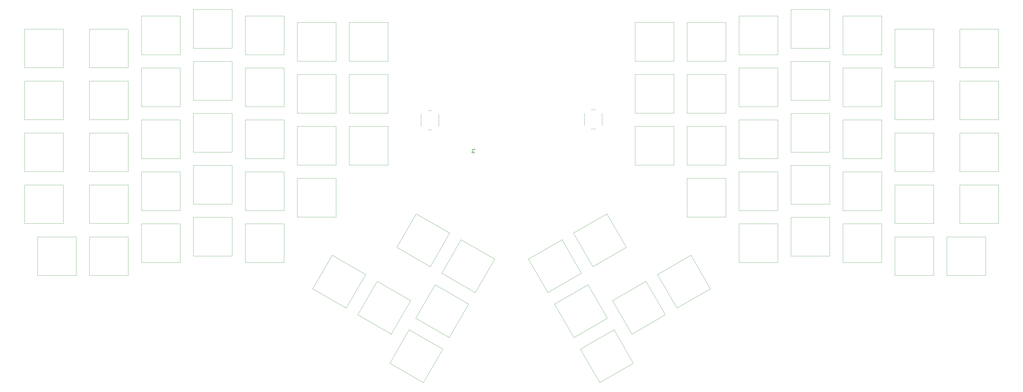
<source format=gbr>
%TF.GenerationSoftware,KiCad,Pcbnew,7.0.2*%
%TF.CreationDate,2023-06-01T14:22:50-04:00*%
%TF.ProjectId,arisu,61726973-752e-46b6-9963-61645f706362,1.1*%
%TF.SameCoordinates,Original*%
%TF.FileFunction,Legend,Top*%
%TF.FilePolarity,Positive*%
%FSLAX46Y46*%
G04 Gerber Fmt 4.6, Leading zero omitted, Abs format (unit mm)*
G04 Created by KiCad (PCBNEW 7.0.2) date 2023-06-01 14:22:50*
%MOMM*%
%LPD*%
G01*
G04 APERTURE LIST*
%ADD10C,0.200000*%
%ADD11C,0.120000*%
%ADD12C,2.374910*%
%ADD13C,0.990610*%
%ADD14C,1.750000*%
%ADD15C,3.050000*%
%ADD16C,4.000000*%
%ADD17C,3.048000*%
%ADD18C,3.987800*%
%ADD19C,2.102000*%
%ADD20C,4.502000*%
%ADD21C,2.476910*%
%ADD22C,1.092610*%
%ADD23C,0.889400*%
%ADD24O,1.202000X2.702000*%
%ADD25O,1.202000X2.202000*%
G04 APERTURE END LIST*
D10*
%TO.C,P1*%
X181152619Y-79978094D02*
X180152619Y-79978094D01*
X180152619Y-79978094D02*
X180152619Y-79597142D01*
X180152619Y-79597142D02*
X180200238Y-79501904D01*
X180200238Y-79501904D02*
X180247857Y-79454285D01*
X180247857Y-79454285D02*
X180343095Y-79406666D01*
X180343095Y-79406666D02*
X180485952Y-79406666D01*
X180485952Y-79406666D02*
X180581190Y-79454285D01*
X180581190Y-79454285D02*
X180628809Y-79501904D01*
X180628809Y-79501904D02*
X180676428Y-79597142D01*
X180676428Y-79597142D02*
X180676428Y-79978094D01*
X181152619Y-78454285D02*
X181152619Y-79025713D01*
X181152619Y-78739999D02*
X180152619Y-78739999D01*
X180152619Y-78739999D02*
X180295476Y-78835237D01*
X180295476Y-78835237D02*
X180390714Y-78930475D01*
X180390714Y-78930475D02*
X180438333Y-79025713D01*
D11*
%TO.C,SW18*%
X77990000Y-46475000D02*
X77990000Y-60675000D01*
X77990000Y-60675000D02*
X92190000Y-60675000D01*
X92190000Y-46475000D02*
X77990000Y-46475000D01*
X92190000Y-60675000D02*
X92190000Y-46475000D01*
%TO.C,SW35*%
X135140000Y-70287500D02*
X135140000Y-84487500D01*
X135140000Y-84487500D02*
X149340000Y-84487500D01*
X149340000Y-70287500D02*
X135140000Y-70287500D01*
X149340000Y-84487500D02*
X149340000Y-70287500D01*
%TO.C,SW54*%
X238719520Y-146446580D02*
X251017080Y-139346580D01*
X251017080Y-139346580D02*
X243917080Y-127049020D01*
X231619520Y-134149020D02*
X238719520Y-146446580D01*
X243917080Y-127049020D02*
X231619520Y-134149020D01*
%TO.C,SW29*%
X16077500Y-72668700D02*
X16077500Y-86868700D01*
X16077500Y-86868700D02*
X30277500Y-86868700D01*
X30277500Y-72668700D02*
X16077500Y-72668700D01*
X30277500Y-86868700D02*
X30277500Y-72668700D01*
%TO.C,SW11*%
X297065000Y-27425000D02*
X297065000Y-41625000D01*
X297065000Y-41625000D02*
X311265000Y-41625000D01*
X311265000Y-27425000D02*
X297065000Y-27425000D01*
X311265000Y-41625000D02*
X311265000Y-27425000D01*
%TO.C,SW76*%
X354215000Y-110768700D02*
X354215000Y-124968700D01*
X354215000Y-124968700D02*
X368415000Y-124968700D01*
X368415000Y-110768700D02*
X354215000Y-110768700D01*
X368415000Y-124968700D02*
X368415000Y-110768700D01*
%TO.C,SW57*%
X297065000Y-84575000D02*
X297065000Y-98775000D01*
X297065000Y-98775000D02*
X311265000Y-98775000D01*
X311265000Y-84575000D02*
X297065000Y-84575000D01*
X311265000Y-98775000D02*
X311265000Y-84575000D01*
%TO.C,SW48*%
X77990000Y-84575000D02*
X77990000Y-98775000D01*
X77990000Y-98775000D02*
X92190000Y-98775000D01*
X92190000Y-84575000D02*
X77990000Y-84575000D01*
X92190000Y-98775000D02*
X92190000Y-84575000D01*
%TO.C,SW46*%
X39890000Y-91718700D02*
X39890000Y-105918700D01*
X39890000Y-105918700D02*
X54090000Y-105918700D01*
X54090000Y-91718700D02*
X39890000Y-91718700D01*
X54090000Y-105918700D02*
X54090000Y-91718700D01*
%TO.C,SW66*%
X157073220Y-144822920D02*
X149973220Y-157120480D01*
X149973220Y-157120480D02*
X162270780Y-164220480D01*
X169370780Y-151922920D02*
X157073220Y-144822920D01*
X162270780Y-164220480D02*
X169370780Y-151922920D01*
%TO.C,SW25*%
X297065000Y-46475000D02*
X297065000Y-60675000D01*
X297065000Y-60675000D02*
X311265000Y-60675000D01*
X311265000Y-46475000D02*
X297065000Y-46475000D01*
X311265000Y-60675000D02*
X311265000Y-46475000D01*
%TO.C,SW58*%
X316115000Y-86956200D02*
X316115000Y-101156200D01*
X316115000Y-101156200D02*
X330315000Y-101156200D01*
X330315000Y-86956200D02*
X316115000Y-86956200D01*
X330315000Y-101156200D02*
X330315000Y-86956200D01*
%TO.C,SW68*%
X176123220Y-111827320D02*
X169023220Y-124124880D01*
X169023220Y-124124880D02*
X181320780Y-131224880D01*
X188420780Y-118927320D02*
X176123220Y-111827320D01*
X181320780Y-131224880D02*
X188420780Y-118927320D01*
%TO.C,SW70*%
X210359220Y-135425120D02*
X217459220Y-147722680D01*
X217459220Y-147722680D02*
X229756780Y-140622680D01*
X222656780Y-128325120D02*
X210359220Y-135425120D01*
X229756780Y-140622680D02*
X222656780Y-128325120D01*
%TO.C,SW27*%
X335165000Y-53618700D02*
X335165000Y-67818700D01*
X335165000Y-67818700D02*
X349365000Y-67818700D01*
X349365000Y-53618700D02*
X335165000Y-53618700D01*
X349365000Y-67818700D02*
X349365000Y-53618700D01*
%TO.C,SW19*%
X97040000Y-48856200D02*
X97040000Y-63056200D01*
X97040000Y-63056200D02*
X111240000Y-63056200D01*
X111240000Y-48856200D02*
X97040000Y-48856200D01*
X111240000Y-63056200D02*
X111240000Y-48856200D01*
%TO.C,SW37*%
X255217320Y-136921580D02*
X267514880Y-129821580D01*
X267514880Y-129821580D02*
X260414880Y-117524020D01*
X248117320Y-124624020D02*
X255217320Y-136921580D01*
X260414880Y-117524020D02*
X248117320Y-124624020D01*
%TO.C,SW49*%
X97040000Y-86956200D02*
X97040000Y-101156200D01*
X97040000Y-101156200D02*
X111240000Y-101156200D01*
X111240000Y-86956200D02*
X97040000Y-86956200D01*
X111240000Y-101156200D02*
X111240000Y-86956200D01*
%TO.C,RST1*%
X163950000Y-71500000D02*
X165450000Y-71500000D01*
X167950000Y-70250000D02*
X167950000Y-65750000D01*
X161450000Y-65750000D02*
X161450000Y-70250000D01*
X165450000Y-64500000D02*
X163950000Y-64500000D01*
%TO.C,SW51*%
X157635480Y-134149020D02*
X145337920Y-127049020D01*
X145337920Y-127049020D02*
X138237920Y-139346580D01*
X150535480Y-146446580D02*
X157635480Y-134149020D01*
X138237920Y-139346580D02*
X150535480Y-146446580D01*
%TO.C,SW32*%
X77990000Y-65525000D02*
X77990000Y-79725000D01*
X77990000Y-79725000D02*
X92190000Y-79725000D01*
X92190000Y-65525000D02*
X77990000Y-65525000D01*
X92190000Y-79725000D02*
X92190000Y-65525000D01*
%TO.C,SW33*%
X97040000Y-67906200D02*
X97040000Y-82106200D01*
X97040000Y-82106200D02*
X111240000Y-82106200D01*
X111240000Y-67906200D02*
X97040000Y-67906200D01*
X111240000Y-82106200D02*
X111240000Y-67906200D01*
%TO.C,SW2*%
X39890000Y-34568700D02*
X39890000Y-48768700D01*
X39890000Y-48768700D02*
X54090000Y-48768700D01*
X54090000Y-34568700D02*
X39890000Y-34568700D01*
X54090000Y-48768700D02*
X54090000Y-34568700D01*
%TO.C,SW45*%
X16077500Y-91718700D02*
X16077500Y-105918700D01*
X16077500Y-105918700D02*
X30277500Y-105918700D01*
X30277500Y-91718700D02*
X16077500Y-91718700D01*
X30277500Y-105918700D02*
X30277500Y-91718700D01*
%TO.C,SW21*%
X135140000Y-51237500D02*
X135140000Y-65437500D01*
X135140000Y-65437500D02*
X149340000Y-65437500D01*
X149340000Y-51237500D02*
X135140000Y-51237500D01*
X149340000Y-65437500D02*
X149340000Y-51237500D01*
%TO.C,SW26*%
X316115000Y-48856200D02*
X316115000Y-63056200D01*
X316115000Y-63056200D02*
X330315000Y-63056200D01*
X330315000Y-48856200D02*
X316115000Y-48856200D01*
X330315000Y-63056200D02*
X330315000Y-48856200D01*
%TO.C,SW40*%
X278015000Y-67906200D02*
X278015000Y-82106200D01*
X278015000Y-82106200D02*
X292215000Y-82106200D01*
X292215000Y-67906200D02*
X278015000Y-67906200D01*
X292215000Y-82106200D02*
X292215000Y-67906200D01*
%TO.C,SW14*%
X358977500Y-34568700D02*
X358977500Y-48768700D01*
X358977500Y-48768700D02*
X373177500Y-48768700D01*
X373177500Y-34568700D02*
X358977500Y-34568700D01*
X373177500Y-48768700D02*
X373177500Y-34568700D01*
%TO.C,SW20*%
X116090000Y-51237500D02*
X116090000Y-65437500D01*
X116090000Y-65437500D02*
X130290000Y-65437500D01*
X130290000Y-51237500D02*
X116090000Y-51237500D01*
X130290000Y-65437500D02*
X130290000Y-51237500D01*
%TO.C,SW75*%
X335165000Y-110768700D02*
X335165000Y-124968700D01*
X335165000Y-124968700D02*
X349365000Y-124968700D01*
X349365000Y-110768700D02*
X335165000Y-110768700D01*
X349365000Y-124968700D02*
X349365000Y-110768700D01*
%TO.C,SW13*%
X335165000Y-34568700D02*
X335165000Y-48768700D01*
X335165000Y-48768700D02*
X349365000Y-48768700D01*
X349365000Y-34568700D02*
X335165000Y-34568700D01*
X349365000Y-48768700D02*
X349365000Y-34568700D01*
%TO.C,SW60*%
X358977500Y-91718700D02*
X358977500Y-105918700D01*
X358977500Y-105918700D02*
X373177500Y-105918700D01*
X373177500Y-91718700D02*
X358977500Y-91718700D01*
X373177500Y-105918700D02*
X373177500Y-91718700D01*
%TO.C,SW43*%
X335165000Y-72668700D02*
X335165000Y-86868700D01*
X335165000Y-86868700D02*
X349365000Y-86868700D01*
X349365000Y-72668700D02*
X335165000Y-72668700D01*
X349365000Y-86868700D02*
X349365000Y-72668700D01*
%TO.C,SW6*%
X116090000Y-32187500D02*
X116090000Y-46387500D01*
X116090000Y-46387500D02*
X130290000Y-46387500D01*
X130290000Y-32187500D02*
X116090000Y-32187500D01*
X130290000Y-46387500D02*
X130290000Y-32187500D01*
%TO.C,SW53*%
X217332020Y-109402320D02*
X224432020Y-121699880D01*
X224432020Y-121699880D02*
X236729580Y-114599880D01*
X229629580Y-102302320D02*
X217332020Y-109402320D01*
X236729580Y-114599880D02*
X229629580Y-102302320D01*
%TO.C,SW42*%
X316115000Y-67906200D02*
X316115000Y-82106200D01*
X316115000Y-82106200D02*
X330315000Y-82106200D01*
X330315000Y-67906200D02*
X316115000Y-67906200D01*
X330315000Y-82106200D02*
X330315000Y-67906200D01*
%TO.C,SW4*%
X77990000Y-27425000D02*
X77990000Y-41625000D01*
X77990000Y-41625000D02*
X92190000Y-41625000D01*
X92190000Y-27425000D02*
X77990000Y-27425000D01*
X92190000Y-41625000D02*
X92190000Y-27425000D01*
%TO.C,SW41*%
X297065000Y-65525000D02*
X297065000Y-79725000D01*
X297065000Y-79725000D02*
X311265000Y-79725000D01*
X311265000Y-65525000D02*
X297065000Y-65525000D01*
X311265000Y-79725000D02*
X311265000Y-65525000D01*
%TO.C,SW39*%
X258965000Y-70287500D02*
X258965000Y-84487500D01*
X258965000Y-84487500D02*
X273165000Y-84487500D01*
X273165000Y-70287500D02*
X258965000Y-70287500D01*
X273165000Y-84487500D02*
X273165000Y-70287500D01*
%TO.C,SW10*%
X278015000Y-29806200D02*
X278015000Y-44006200D01*
X278015000Y-44006200D02*
X292215000Y-44006200D01*
X292215000Y-29806200D02*
X278015000Y-29806200D01*
X292215000Y-44006200D02*
X292215000Y-29806200D01*
%TO.C,SW61*%
X20840000Y-110768700D02*
X20840000Y-124968700D01*
X20840000Y-124968700D02*
X35040000Y-124968700D01*
X35040000Y-110768700D02*
X20840000Y-110768700D01*
X35040000Y-124968700D02*
X35040000Y-110768700D01*
%TO.C,SW74*%
X316115000Y-106006200D02*
X316115000Y-120206200D01*
X316115000Y-120206200D02*
X330315000Y-120206200D01*
X330315000Y-106006200D02*
X316115000Y-106006200D01*
X330315000Y-120206200D02*
X330315000Y-106006200D01*
%TO.C,SW64*%
X77990000Y-103625000D02*
X77990000Y-117825000D01*
X77990000Y-117825000D02*
X92190000Y-117825000D01*
X92190000Y-103625000D02*
X77990000Y-103625000D01*
X92190000Y-117825000D02*
X92190000Y-103625000D01*
%TO.C,SW28*%
X358977500Y-53618700D02*
X358977500Y-67818700D01*
X358977500Y-67818700D02*
X373177500Y-67818700D01*
X373177500Y-53618700D02*
X358977500Y-53618700D01*
X373177500Y-67818700D02*
X373177500Y-53618700D01*
%TO.C,SW31*%
X58940000Y-67906200D02*
X58940000Y-82106200D01*
X58940000Y-82106200D02*
X73140000Y-82106200D01*
X73140000Y-67906200D02*
X58940000Y-67906200D01*
X73140000Y-82106200D02*
X73140000Y-67906200D01*
%TO.C,SW36*%
X141137680Y-124624020D02*
X128840120Y-117524020D01*
X128840120Y-117524020D02*
X121740120Y-129821580D01*
X134037680Y-136921580D02*
X141137680Y-124624020D01*
X121740120Y-129821580D02*
X134037680Y-136921580D01*
%TO.C,SW23*%
X258965000Y-51237500D02*
X258965000Y-65437500D01*
X258965000Y-65437500D02*
X273165000Y-65437500D01*
X273165000Y-51237500D02*
X258965000Y-51237500D01*
X273165000Y-65437500D02*
X273165000Y-51237500D01*
%TO.C,SW12*%
X316115000Y-29806200D02*
X316115000Y-44006200D01*
X316115000Y-44006200D02*
X330315000Y-44006200D01*
X330315000Y-29806200D02*
X316115000Y-29806200D01*
X330315000Y-44006200D02*
X330315000Y-29806200D01*
%TO.C,BOOT1*%
X225350000Y-64150000D02*
X223850000Y-64150000D01*
X221350000Y-65400000D02*
X221350000Y-69900000D01*
X227850000Y-69900000D02*
X227850000Y-65400000D01*
X223850000Y-71150000D02*
X225350000Y-71150000D01*
%TO.C,SW9*%
X258965000Y-32187500D02*
X258965000Y-46387500D01*
X258965000Y-46387500D02*
X273165000Y-46387500D01*
X273165000Y-32187500D02*
X258965000Y-32187500D01*
X273165000Y-46387500D02*
X273165000Y-32187500D01*
%TO.C,SW30*%
X39890000Y-72668700D02*
X39890000Y-86868700D01*
X39890000Y-86868700D02*
X54090000Y-86868700D01*
X54090000Y-72668700D02*
X39890000Y-72668700D01*
X54090000Y-86868700D02*
X54090000Y-72668700D01*
%TO.C,SW52*%
X159625420Y-102302320D02*
X152525420Y-114599880D01*
X152525420Y-114599880D02*
X164822980Y-121699880D01*
X171922980Y-109402320D02*
X159625420Y-102302320D01*
X164822980Y-121699880D02*
X171922980Y-109402320D01*
%TO.C,SW8*%
X239915000Y-32187500D02*
X239915000Y-46387500D01*
X239915000Y-46387500D02*
X254115000Y-46387500D01*
X254115000Y-32187500D02*
X239915000Y-32187500D01*
X254115000Y-46387500D02*
X254115000Y-32187500D01*
%TO.C,SW16*%
X39890000Y-53618700D02*
X39890000Y-67818700D01*
X39890000Y-67818700D02*
X54090000Y-67818700D01*
X54090000Y-53618700D02*
X39890000Y-53618700D01*
X54090000Y-67818700D02*
X54090000Y-53618700D01*
%TO.C,SW44*%
X358977500Y-72668700D02*
X358977500Y-86868700D01*
X358977500Y-86868700D02*
X373177500Y-86868700D01*
X373177500Y-72668700D02*
X358977500Y-72668700D01*
X373177500Y-86868700D02*
X373177500Y-72668700D01*
%TO.C,SW1*%
X16077500Y-34568700D02*
X16077500Y-48768700D01*
X16077500Y-48768700D02*
X30277500Y-48768700D01*
X30277500Y-34568700D02*
X16077500Y-34568700D01*
X30277500Y-48768700D02*
X30277500Y-34568700D01*
%TO.C,SW47*%
X58940000Y-86956200D02*
X58940000Y-101156200D01*
X58940000Y-101156200D02*
X73140000Y-101156200D01*
X73140000Y-86956200D02*
X58940000Y-86956200D01*
X73140000Y-101156200D02*
X73140000Y-86956200D01*
%TO.C,SW22*%
X239915000Y-51237500D02*
X239915000Y-65437500D01*
X239915000Y-65437500D02*
X254115000Y-65437500D01*
X254115000Y-51237500D02*
X239915000Y-51237500D01*
X254115000Y-65437500D02*
X254115000Y-51237500D01*
%TO.C,SW59*%
X335165000Y-91718700D02*
X335165000Y-105918700D01*
X335165000Y-105918700D02*
X349365000Y-105918700D01*
X349365000Y-91718700D02*
X335165000Y-91718700D01*
X349365000Y-105918700D02*
X349365000Y-91718700D01*
%TO.C,SW5*%
X97040000Y-29806200D02*
X97040000Y-44006200D01*
X97040000Y-44006200D02*
X111240000Y-44006200D01*
X111240000Y-29806200D02*
X97040000Y-29806200D01*
X111240000Y-44006200D02*
X111240000Y-29806200D01*
%TO.C,SW69*%
X200834220Y-118927320D02*
X207934220Y-131224880D01*
X207934220Y-131224880D02*
X220231780Y-124124880D01*
X213131780Y-111827320D02*
X200834220Y-118927320D01*
X220231780Y-124124880D02*
X213131780Y-111827320D01*
%TO.C,SW3*%
X58940000Y-29806200D02*
X58940000Y-44006200D01*
X58940000Y-44006200D02*
X73140000Y-44006200D01*
X73140000Y-29806200D02*
X58940000Y-29806200D01*
X73140000Y-44006200D02*
X73140000Y-29806200D01*
%TO.C,SW17*%
X58940000Y-48856200D02*
X58940000Y-63056200D01*
X58940000Y-63056200D02*
X73140000Y-63056200D01*
X73140000Y-48856200D02*
X58940000Y-48856200D01*
X73140000Y-63056200D02*
X73140000Y-48856200D01*
%TO.C,SW71*%
X219884220Y-151922920D02*
X226984220Y-164220480D01*
X226984220Y-164220480D02*
X239281780Y-157120480D01*
X232181780Y-144822920D02*
X219884220Y-151922920D01*
X239281780Y-157120480D02*
X232181780Y-144822920D01*
%TO.C,SW24*%
X278015000Y-48856200D02*
X278015000Y-63056200D01*
X278015000Y-63056200D02*
X292215000Y-63056200D01*
X292215000Y-48856200D02*
X278015000Y-48856200D01*
X292215000Y-63056200D02*
X292215000Y-48856200D01*
%TO.C,SW63*%
X58940000Y-106006200D02*
X58940000Y-120206200D01*
X58940000Y-120206200D02*
X73140000Y-120206200D01*
X73140000Y-106006200D02*
X58940000Y-106006200D01*
X73140000Y-120206200D02*
X73140000Y-106006200D01*
%TO.C,SW67*%
X166598220Y-128325120D02*
X159498220Y-140622680D01*
X159498220Y-140622680D02*
X171795780Y-147722680D01*
X178895780Y-135425120D02*
X166598220Y-128325120D01*
X171795780Y-147722680D02*
X178895780Y-135425120D01*
%TO.C,SW65*%
X97040000Y-106006200D02*
X97040000Y-120206200D01*
X97040000Y-120206200D02*
X111240000Y-120206200D01*
X111240000Y-106006200D02*
X97040000Y-106006200D01*
X111240000Y-120206200D02*
X111240000Y-106006200D01*
%TO.C,SW72*%
X278015000Y-106006200D02*
X278015000Y-120206200D01*
X278015000Y-120206200D02*
X292215000Y-120206200D01*
X292215000Y-106006200D02*
X278015000Y-106006200D01*
X292215000Y-120206200D02*
X292215000Y-106006200D01*
%TO.C,SW62*%
X39890000Y-110768700D02*
X39890000Y-124968700D01*
X39890000Y-124968700D02*
X54090000Y-124968700D01*
X54090000Y-110768700D02*
X39890000Y-110768700D01*
X54090000Y-124968700D02*
X54090000Y-110768700D01*
%TO.C,SW73*%
X297065000Y-103625000D02*
X297065000Y-117825000D01*
X297065000Y-117825000D02*
X311265000Y-117825000D01*
X311265000Y-103625000D02*
X297065000Y-103625000D01*
X311265000Y-117825000D02*
X311265000Y-103625000D01*
%TO.C,SW15*%
X16077500Y-53618700D02*
X16077500Y-67818700D01*
X16077500Y-67818700D02*
X30277500Y-67818700D01*
X30277500Y-53618700D02*
X16077500Y-53618700D01*
X30277500Y-67818700D02*
X30277500Y-53618700D01*
%TO.C,SW7*%
X135140000Y-32187500D02*
X135140000Y-46387500D01*
X135140000Y-46387500D02*
X149340000Y-46387500D01*
X149340000Y-32187500D02*
X135140000Y-32187500D01*
X149340000Y-46387500D02*
X149340000Y-32187500D01*
%TO.C,SW34*%
X116090000Y-70287500D02*
X116090000Y-84487500D01*
X116090000Y-84487500D02*
X130290000Y-84487500D01*
X130290000Y-70287500D02*
X116090000Y-70287500D01*
X130290000Y-84487500D02*
X130290000Y-70287500D01*
%TO.C,SW55*%
X258965000Y-89337500D02*
X258965000Y-103537500D01*
X258965000Y-103537500D02*
X273165000Y-103537500D01*
X273165000Y-89337500D02*
X258965000Y-89337500D01*
X273165000Y-103537500D02*
X273165000Y-89337500D01*
%TO.C,SW50*%
X116090000Y-89337500D02*
X116090000Y-103537500D01*
X116090000Y-103537500D02*
X130290000Y-103537500D01*
X130290000Y-89337500D02*
X116090000Y-89337500D01*
X130290000Y-103537500D02*
X130290000Y-89337500D01*
%TO.C,SW38*%
X239915000Y-70287500D02*
X239915000Y-84487500D01*
X239915000Y-84487500D02*
X254115000Y-84487500D01*
X254115000Y-70287500D02*
X239915000Y-70287500D01*
X254115000Y-84487500D02*
X254115000Y-70287500D01*
%TO.C,SW56*%
X278015000Y-86956200D02*
X278015000Y-101156200D01*
X278015000Y-101156200D02*
X292215000Y-101156200D01*
X292215000Y-86956200D02*
X278015000Y-86956200D01*
X292215000Y-101156200D02*
X292215000Y-86956200D01*
%TD*%
D12*
%TO.C,P1*%
X173070000Y-83050000D03*
D13*
X175610000Y-83050000D03*
D12*
X178150000Y-83050000D03*
X173070000Y-77335000D03*
X178150000Y-77335000D03*
D13*
X174594000Y-75430000D03*
X176626000Y-75430000D03*
%TD*%
%LPC*%
D14*
%TO.C,SW18*%
X80010000Y-53575000D03*
D15*
X81280000Y-51035000D03*
D16*
X85090000Y-53575000D03*
D15*
X87630000Y-48495000D03*
D14*
X90170000Y-53575000D03*
%TD*%
%TO.C,SW35*%
X137160000Y-77387500D03*
D15*
X138430000Y-74847500D03*
D16*
X142240000Y-77387500D03*
D15*
X144780000Y-72307500D03*
D14*
X147320000Y-77387500D03*
%TD*%
%TO.C,SW54*%
X243858300Y-141147209D03*
D15*
X241023595Y-141317357D03*
D16*
X241318300Y-136747800D03*
D15*
X235648891Y-137088095D03*
D14*
X238778300Y-132348391D03*
%TD*%
%TO.C,SW29*%
X18097500Y-79768700D03*
D15*
X19367500Y-77228700D03*
D16*
X23177500Y-79768700D03*
D15*
X25717500Y-74688700D03*
D14*
X28257500Y-79768700D03*
%TD*%
%TO.C,SW11*%
X299085000Y-34525000D03*
D15*
X300355000Y-31985000D03*
D16*
X304165000Y-34525000D03*
D15*
X306705000Y-29445000D03*
D14*
X309245000Y-34525000D03*
%TD*%
D17*
%TO.C,REF\u002A\u002A*%
X241398487Y-122916689D03*
D18*
X228226241Y-130521689D03*
D17*
X253336487Y-143593911D03*
D18*
X240164241Y-151198911D03*
%TD*%
D14*
%TO.C,SW76*%
X356235000Y-117868700D03*
D15*
X357505000Y-115328700D03*
D16*
X361315000Y-117868700D03*
D15*
X363855000Y-112788700D03*
D14*
X366395000Y-117868700D03*
%TD*%
%TO.C,SW57*%
X299085000Y-91675000D03*
D15*
X300355000Y-89135000D03*
D16*
X304165000Y-91675000D03*
D15*
X306705000Y-86595000D03*
D14*
X309245000Y-91675000D03*
%TD*%
%TO.C,SW48*%
X80010000Y-91675000D03*
D15*
X81280000Y-89135000D03*
D16*
X85090000Y-91675000D03*
D15*
X87630000Y-86595000D03*
D14*
X90170000Y-91675000D03*
%TD*%
%TO.C,SW46*%
X41910000Y-98818700D03*
D15*
X43180000Y-96278700D03*
D16*
X46990000Y-98818700D03*
D15*
X49530000Y-93738700D03*
D14*
X52070000Y-98818700D03*
%TD*%
%TO.C,SW66*%
X155272591Y-151981700D03*
D15*
X157642443Y-150416995D03*
D16*
X159672000Y-154521700D03*
D15*
X164411705Y-151392291D03*
D14*
X164071409Y-157061700D03*
%TD*%
%TO.C,SW25*%
X299085000Y-53575000D03*
D15*
X300355000Y-51035000D03*
D16*
X304165000Y-53575000D03*
D15*
X306705000Y-48495000D03*
D14*
X309245000Y-53575000D03*
%TD*%
%TO.C,SW58*%
X318135000Y-94056200D03*
D15*
X319405000Y-91516200D03*
D16*
X323215000Y-94056200D03*
D15*
X325755000Y-88976200D03*
D14*
X328295000Y-94056200D03*
%TD*%
%TO.C,SW68*%
X174322591Y-118986100D03*
D15*
X176692443Y-117421395D03*
D16*
X178722000Y-121526100D03*
D15*
X183461705Y-118396691D03*
D14*
X183121409Y-124066100D03*
%TD*%
D17*
%TO.C,REF\u002A\u002A*%
X143457087Y-120376689D03*
D18*
X130284841Y-112771689D03*
D17*
X131519087Y-141053911D03*
D18*
X118346841Y-133448911D03*
%TD*%
D14*
%TO.C,SW70*%
X215658591Y-140563900D03*
D15*
X215488443Y-137729195D03*
D16*
X220058000Y-138023900D03*
D15*
X219717705Y-132354491D03*
D14*
X224457409Y-135483900D03*
%TD*%
%TO.C,SW27*%
X337185000Y-60718700D03*
D15*
X338455000Y-58178700D03*
D16*
X342265000Y-60718700D03*
D15*
X344805000Y-55638700D03*
D14*
X347345000Y-60718700D03*
%TD*%
%TO.C,SW19*%
X99060000Y-55956200D03*
D15*
X100330000Y-53416200D03*
D16*
X104140000Y-55956200D03*
D15*
X106680000Y-50876200D03*
D14*
X109220000Y-55956200D03*
%TD*%
%TO.C,SW37*%
X260356100Y-131622209D03*
D15*
X257521395Y-131792357D03*
D16*
X257816100Y-127222800D03*
D15*
X252146691Y-127563095D03*
D14*
X255276100Y-122823391D03*
%TD*%
%TO.C,SW49*%
X99060000Y-94056200D03*
D15*
X100330000Y-91516200D03*
D16*
X104140000Y-94056200D03*
D15*
X106680000Y-88976200D03*
D14*
X109220000Y-94056200D03*
%TD*%
D19*
%TO.C,RST1*%
X162450000Y-71250000D03*
X162450000Y-64750000D03*
X166950000Y-71250000D03*
X166950000Y-64750000D03*
%TD*%
D14*
%TO.C,SW51*%
X150476700Y-132348391D03*
D15*
X152041405Y-134718243D03*
D16*
X147936700Y-136747800D03*
D15*
X151066109Y-141487505D03*
D14*
X145396700Y-141147209D03*
%TD*%
D20*
%TO.C,H7*%
X206450000Y-23550000D03*
%TD*%
D14*
%TO.C,SW32*%
X80010000Y-72625000D03*
D15*
X81280000Y-70085000D03*
D16*
X85090000Y-72625000D03*
D15*
X87630000Y-67545000D03*
D14*
X90170000Y-72625000D03*
%TD*%
%TO.C,SW33*%
X99060000Y-75006200D03*
D15*
X100330000Y-72466200D03*
D16*
X104140000Y-75006200D03*
D15*
X106680000Y-69926200D03*
D14*
X109220000Y-75006200D03*
%TD*%
%TO.C,SW2*%
X41910000Y-41668700D03*
D15*
X43180000Y-39128700D03*
D16*
X46990000Y-41668700D03*
D15*
X49530000Y-36588700D03*
D14*
X52070000Y-41668700D03*
%TD*%
%TO.C,SW45*%
X18097500Y-98818700D03*
D15*
X19367500Y-96278700D03*
D16*
X23177500Y-98818700D03*
D15*
X25717500Y-93738700D03*
D14*
X28257500Y-98818700D03*
%TD*%
%TO.C,SW21*%
X137160000Y-58337500D03*
D15*
X138430000Y-55797500D03*
D16*
X142240000Y-58337500D03*
D15*
X144780000Y-53257500D03*
D14*
X147320000Y-58337500D03*
%TD*%
%TO.C,SW26*%
X318135000Y-55956200D03*
D15*
X319405000Y-53416200D03*
D16*
X323215000Y-55956200D03*
D15*
X325755000Y-50876200D03*
D14*
X328295000Y-55956200D03*
%TD*%
%TO.C,SW40*%
X280035000Y-75006200D03*
D15*
X281305000Y-72466200D03*
D16*
X285115000Y-75006200D03*
D15*
X287655000Y-69926200D03*
D14*
X290195000Y-75006200D03*
%TD*%
%TO.C,SW14*%
X360997500Y-41668700D03*
D15*
X362267500Y-39128700D03*
D16*
X366077500Y-41668700D03*
D15*
X368617500Y-36588700D03*
D14*
X371157500Y-41668700D03*
%TD*%
%TO.C,SW20*%
X118110000Y-58337500D03*
D15*
X119380000Y-55797500D03*
D16*
X123190000Y-58337500D03*
D15*
X125730000Y-53257500D03*
D14*
X128270000Y-58337500D03*
%TD*%
%TO.C,SW75*%
X337185000Y-117868700D03*
D15*
X338455000Y-115328700D03*
D16*
X342265000Y-117868700D03*
D15*
X344805000Y-112788700D03*
D14*
X347345000Y-117868700D03*
%TD*%
%TO.C,SW13*%
X337185000Y-41668700D03*
D15*
X338455000Y-39128700D03*
D16*
X342265000Y-41668700D03*
D15*
X344805000Y-36588700D03*
D14*
X347345000Y-41668700D03*
%TD*%
%TO.C,SW60*%
X360997500Y-98818700D03*
D15*
X362267500Y-96278700D03*
D16*
X366077500Y-98818700D03*
D15*
X368617500Y-93738700D03*
D14*
X371157500Y-98818700D03*
%TD*%
%TO.C,SW43*%
X337185000Y-79768700D03*
D15*
X338455000Y-77228700D03*
D16*
X342265000Y-79768700D03*
D15*
X344805000Y-74688700D03*
D14*
X347345000Y-79768700D03*
%TD*%
%TO.C,SW6*%
X118110000Y-39287500D03*
D15*
X119380000Y-36747500D03*
D16*
X123190000Y-39287500D03*
D15*
X125730000Y-34207500D03*
D14*
X128270000Y-39287500D03*
%TD*%
%TO.C,SW53*%
X222631391Y-114541100D03*
D15*
X222461243Y-111706395D03*
D16*
X227030800Y-112001100D03*
D15*
X226690505Y-106331691D03*
D14*
X231430209Y-109461100D03*
%TD*%
%TO.C,SW42*%
X318135000Y-75006200D03*
D15*
X319405000Y-72466200D03*
D16*
X323215000Y-75006200D03*
D15*
X325755000Y-69926200D03*
D14*
X328295000Y-75006200D03*
%TD*%
%TO.C,SW4*%
X80010000Y-34525000D03*
D15*
X81280000Y-31985000D03*
D16*
X85090000Y-34525000D03*
D15*
X87630000Y-29445000D03*
D14*
X90170000Y-34525000D03*
%TD*%
%TO.C,SW41*%
X299085000Y-72625000D03*
D15*
X300355000Y-70085000D03*
D16*
X304165000Y-72625000D03*
D15*
X306705000Y-67545000D03*
D14*
X309245000Y-72625000D03*
%TD*%
%TO.C,SW39*%
X260985000Y-77387500D03*
D15*
X262255000Y-74847500D03*
D16*
X266065000Y-77387500D03*
D15*
X268605000Y-72307500D03*
D14*
X271145000Y-77387500D03*
%TD*%
%TO.C,SW10*%
X280035000Y-36906200D03*
D15*
X281305000Y-34366200D03*
D16*
X285115000Y-36906200D03*
D15*
X287655000Y-31826200D03*
D14*
X290195000Y-36906200D03*
%TD*%
%TO.C,SW61*%
X22860000Y-117868700D03*
D15*
X24130000Y-115328700D03*
D16*
X27940000Y-117868700D03*
D15*
X30480000Y-112788700D03*
D14*
X33020000Y-117868700D03*
%TD*%
%TO.C,SW74*%
X318135000Y-113106200D03*
D15*
X319405000Y-110566200D03*
D16*
X323215000Y-113106200D03*
D15*
X325755000Y-108026200D03*
D14*
X328295000Y-113106200D03*
%TD*%
%TO.C,SW64*%
X80010000Y-110725000D03*
D15*
X81280000Y-108185000D03*
D16*
X85090000Y-110725000D03*
D15*
X87630000Y-105645000D03*
D14*
X90170000Y-110725000D03*
%TD*%
%TO.C,SW28*%
X360997500Y-60718700D03*
D15*
X362267500Y-58178700D03*
D16*
X366077500Y-60718700D03*
D15*
X368617500Y-55638700D03*
D14*
X371157500Y-60718700D03*
%TD*%
%TO.C,SW31*%
X60960000Y-75006200D03*
D15*
X62230000Y-72466200D03*
D16*
X66040000Y-75006200D03*
D15*
X68580000Y-69926200D03*
D14*
X71120000Y-75006200D03*
%TD*%
%TO.C,SW36*%
X133978900Y-122823391D03*
D15*
X135543605Y-125193243D03*
D16*
X131438900Y-127222800D03*
D15*
X134568309Y-131962505D03*
D14*
X128898900Y-131622209D03*
%TD*%
%TO.C,SW23*%
X260985000Y-58337500D03*
D15*
X262255000Y-55797500D03*
D16*
X266065000Y-58337500D03*
D15*
X268605000Y-53257500D03*
D14*
X271145000Y-58337500D03*
%TD*%
%TO.C,SW12*%
X318135000Y-36906200D03*
D15*
X319405000Y-34366200D03*
D16*
X323215000Y-36906200D03*
D15*
X325755000Y-31826200D03*
D14*
X328295000Y-36906200D03*
%TD*%
D19*
%TO.C,BOOT1*%
X226850000Y-64400000D03*
X226850000Y-70900000D03*
X222350000Y-64400000D03*
X222350000Y-70900000D03*
%TD*%
D14*
%TO.C,SW9*%
X260985000Y-39287500D03*
D15*
X262255000Y-36747500D03*
D16*
X266065000Y-39287500D03*
D15*
X268605000Y-34207500D03*
D14*
X271145000Y-39287500D03*
%TD*%
%TO.C,SW30*%
X41910000Y-79768700D03*
D15*
X43180000Y-77228700D03*
D16*
X46990000Y-79768700D03*
D15*
X49530000Y-74688700D03*
D14*
X52070000Y-79768700D03*
%TD*%
%TO.C,SW52*%
X157824791Y-109461100D03*
D15*
X160194643Y-107896395D03*
D16*
X162224200Y-112001100D03*
D15*
X166963905Y-108871691D03*
D14*
X166623609Y-114541100D03*
%TD*%
%TO.C,SW8*%
X241935000Y-39287500D03*
D15*
X243205000Y-36747500D03*
D16*
X247015000Y-39287500D03*
D15*
X249555000Y-34207500D03*
D14*
X252095000Y-39287500D03*
%TD*%
D20*
%TO.C,H1*%
X182450000Y-23450000D03*
%TD*%
D14*
%TO.C,SW16*%
X41910000Y-60718700D03*
D15*
X43180000Y-58178700D03*
D16*
X46990000Y-60718700D03*
D15*
X49530000Y-55638700D03*
D14*
X52070000Y-60718700D03*
%TD*%
%TO.C,SW44*%
X360997500Y-79768700D03*
D15*
X362267500Y-77228700D03*
D16*
X366077500Y-79768700D03*
D15*
X368617500Y-74688700D03*
D14*
X371157500Y-79768700D03*
%TD*%
%TO.C,SW1*%
X18097500Y-41668700D03*
D15*
X19367500Y-39128700D03*
D16*
X23177500Y-41668700D03*
D15*
X25717500Y-36588700D03*
D14*
X28257500Y-41668700D03*
%TD*%
D20*
%TO.C,H3*%
X376450000Y-128050000D03*
%TD*%
D14*
%TO.C,SW47*%
X60960000Y-94056200D03*
D15*
X62230000Y-91516200D03*
D16*
X66040000Y-94056200D03*
D15*
X68580000Y-88976200D03*
D14*
X71120000Y-94056200D03*
%TD*%
D20*
%TO.C,H5*%
X376450000Y-23550000D03*
%TD*%
D14*
%TO.C,SW22*%
X241935000Y-58337500D03*
D15*
X243205000Y-55797500D03*
D16*
X247015000Y-58337500D03*
D15*
X249555000Y-53257500D03*
D14*
X252095000Y-58337500D03*
%TD*%
D21*
%TO.C,P1*%
X173070000Y-83050000D03*
D22*
X175610000Y-83050000D03*
D21*
X178150000Y-83050000D03*
X173070000Y-77335000D03*
X178150000Y-77335000D03*
D22*
X174594000Y-75430000D03*
X176626000Y-75430000D03*
D23*
X176245000Y-81780000D03*
X176245000Y-80510000D03*
X176245000Y-79240000D03*
X176245000Y-77970000D03*
X176245000Y-76700000D03*
X174975000Y-76700000D03*
X174975000Y-77970000D03*
X174975000Y-79240000D03*
X174975000Y-80510000D03*
X174975000Y-81780000D03*
%TD*%
D14*
%TO.C,SW59*%
X337185000Y-98818700D03*
D15*
X338455000Y-96278700D03*
D16*
X342265000Y-98818700D03*
D15*
X344805000Y-93738700D03*
D14*
X347345000Y-98818700D03*
%TD*%
%TO.C,SW5*%
X99060000Y-36906200D03*
D15*
X100330000Y-34366200D03*
D16*
X104140000Y-36906200D03*
D15*
X106680000Y-31826200D03*
D14*
X109220000Y-36906200D03*
%TD*%
%TO.C,SW69*%
X206133591Y-124066100D03*
D15*
X205963443Y-121231395D03*
D16*
X210533000Y-121526100D03*
D15*
X210192705Y-115856691D03*
D14*
X214932409Y-118986100D03*
%TD*%
%TO.C,SW3*%
X60960000Y-36906200D03*
D15*
X62230000Y-34366200D03*
D16*
X66040000Y-36906200D03*
D15*
X68580000Y-31826200D03*
D14*
X71120000Y-36906200D03*
%TD*%
%TO.C,SW17*%
X60960000Y-55956200D03*
D15*
X62230000Y-53416200D03*
D16*
X66040000Y-55956200D03*
D15*
X68580000Y-50876200D03*
D14*
X71120000Y-55956200D03*
%TD*%
%TO.C,SW71*%
X225183591Y-157061700D03*
D15*
X225013443Y-154226995D03*
D16*
X229583000Y-154521700D03*
D15*
X229242705Y-148852291D03*
D14*
X233982409Y-151981700D03*
%TD*%
%TO.C,SW24*%
X280035000Y-55956200D03*
D15*
X281305000Y-53416200D03*
D16*
X285115000Y-55956200D03*
D15*
X287655000Y-50876200D03*
D14*
X290195000Y-55956200D03*
%TD*%
%TO.C,SW63*%
X60960000Y-113106200D03*
D15*
X62230000Y-110566200D03*
D16*
X66040000Y-113106200D03*
D15*
X68580000Y-108026200D03*
D14*
X71120000Y-113106200D03*
%TD*%
D20*
%TO.C,H6*%
X13950000Y-23050000D03*
%TD*%
D14*
%TO.C,SW67*%
X164797591Y-135483900D03*
D15*
X167167443Y-133919195D03*
D16*
X169197000Y-138023900D03*
D15*
X173936705Y-134894491D03*
D14*
X173596409Y-140563900D03*
%TD*%
%TO.C,SW65*%
X99060000Y-113106200D03*
D15*
X100330000Y-110566200D03*
D16*
X104140000Y-113106200D03*
D15*
X106680000Y-108026200D03*
D14*
X109220000Y-113106200D03*
%TD*%
%TO.C,SW72*%
X280035000Y-113106200D03*
D15*
X281305000Y-110566200D03*
D16*
X285115000Y-113106200D03*
D15*
X287655000Y-108026200D03*
D14*
X290195000Y-113106200D03*
%TD*%
%TO.C,SW62*%
X41910000Y-117868700D03*
D15*
X43180000Y-115328700D03*
D16*
X46990000Y-117868700D03*
D15*
X49530000Y-112788700D03*
D14*
X52070000Y-117868700D03*
%TD*%
%TO.C,SW73*%
X299085000Y-110725000D03*
D15*
X300355000Y-108185000D03*
D16*
X304165000Y-110725000D03*
D15*
X306705000Y-105645000D03*
D14*
X309245000Y-110725000D03*
%TD*%
D17*
%TO.C,REF\u002A\u002A*%
X256964027Y-141363911D03*
D18*
X270136273Y-133758911D03*
D17*
X245026027Y-120686689D03*
D18*
X258198273Y-113081689D03*
%TD*%
D14*
%TO.C,SW15*%
X18097500Y-60718700D03*
D15*
X19367500Y-58178700D03*
D16*
X23177500Y-60718700D03*
D15*
X25717500Y-55638700D03*
D14*
X28257500Y-60718700D03*
%TD*%
%TO.C,SW7*%
X137160000Y-39287500D03*
D15*
X138430000Y-36747500D03*
D16*
X142240000Y-39287500D03*
D15*
X144780000Y-34207500D03*
D14*
X147320000Y-39287500D03*
%TD*%
D20*
%TO.C,H2*%
X194450000Y-171550000D03*
%TD*%
D14*
%TO.C,SW34*%
X118110000Y-77387500D03*
D15*
X119380000Y-74847500D03*
D16*
X123190000Y-77387500D03*
D15*
X125730000Y-72307500D03*
D14*
X128270000Y-77387500D03*
%TD*%
D17*
%TO.C,REF\u002A\u002A*%
X135608513Y-142822025D03*
D18*
X148780759Y-150427025D03*
D17*
X147546513Y-122144803D03*
D18*
X160718759Y-129749803D03*
%TD*%
D14*
%TO.C,SW55*%
X260985000Y-96437500D03*
D15*
X262255000Y-93897500D03*
D16*
X266065000Y-96437500D03*
D15*
X268605000Y-91357500D03*
D14*
X271145000Y-96437500D03*
%TD*%
%TO.C,SW50*%
X118110000Y-96437500D03*
D15*
X119380000Y-93897500D03*
D16*
X123190000Y-96437500D03*
D15*
X125730000Y-91357500D03*
D14*
X128270000Y-96437500D03*
%TD*%
%TO.C,SW38*%
X241935000Y-77387500D03*
D15*
X243205000Y-74847500D03*
D16*
X247015000Y-77387500D03*
D15*
X249555000Y-72307500D03*
D14*
X252095000Y-77387500D03*
%TD*%
D20*
%TO.C,H4*%
X13950000Y-128050000D03*
%TD*%
D14*
%TO.C,SW56*%
X280035000Y-94056200D03*
D15*
X281305000Y-91516200D03*
D16*
X285115000Y-94056200D03*
D15*
X287655000Y-88976200D03*
D14*
X290195000Y-94056200D03*
%TD*%
D24*
%TO.C,USB1*%
X190150000Y-21565000D03*
D25*
X190150000Y-26925000D03*
D24*
X198790000Y-21565000D03*
D25*
X198790000Y-26925000D03*
%TD*%
%LPD*%
M02*

</source>
